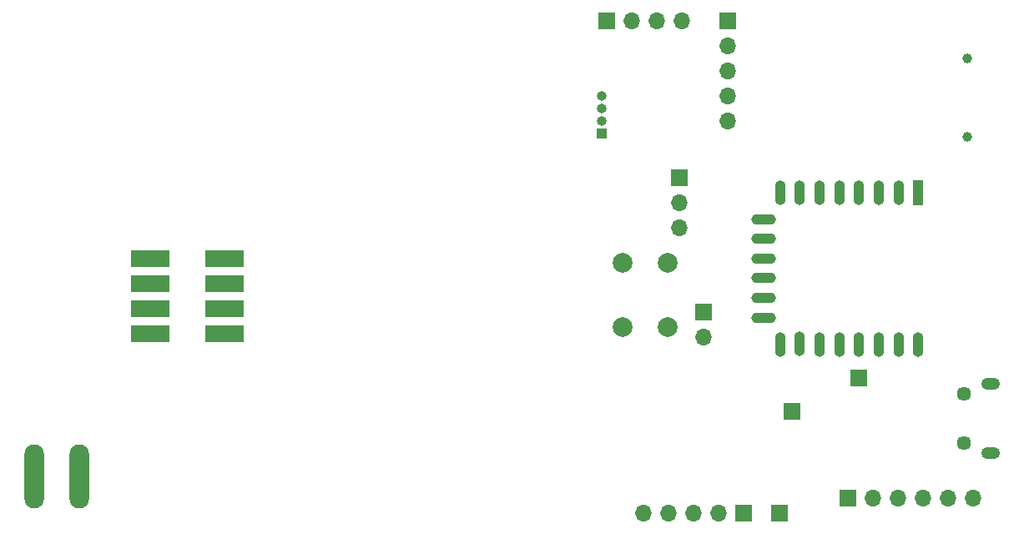
<source format=gbs>
G04 #@! TF.GenerationSoftware,KiCad,Pcbnew,5.1.12-84ad8e8a86~92~ubuntu20.04.1*
G04 #@! TF.CreationDate,2022-02-14T19:07:46+01:00*
G04 #@! TF.ProjectId,ms2-card,6d73322d-6361-4726-942e-6b696361645f,0.1*
G04 #@! TF.SameCoordinates,Original*
G04 #@! TF.FileFunction,Soldermask,Bot*
G04 #@! TF.FilePolarity,Negative*
%FSLAX46Y46*%
G04 Gerber Fmt 4.6, Leading zero omitted, Abs format (unit mm)*
G04 Created by KiCad (PCBNEW 5.1.12-84ad8e8a86~92~ubuntu20.04.1) date 2022-02-14 19:07:46*
%MOMM*%
%LPD*%
G01*
G04 APERTURE LIST*
%ADD10O,1.000000X1.000000*%
%ADD11R,1.000000X1.000000*%
%ADD12C,1.000000*%
%ADD13O,1.900000X1.200000*%
%ADD14C,1.450000*%
%ADD15R,1.700000X1.700000*%
%ADD16O,1.700000X1.700000*%
%ADD17R,4.000000X1.800000*%
%ADD18O,2.000000X6.500000*%
%ADD19C,1.998980*%
%ADD20R,1.100000X2.500000*%
%ADD21O,1.100000X2.500000*%
%ADD22O,2.500000X1.100000*%
G04 APERTURE END LIST*
D10*
X157124400Y-109829600D03*
X157124400Y-111099600D03*
X157124400Y-112369600D03*
D11*
X157124400Y-113639600D03*
D12*
X194200000Y-113950000D03*
X194200000Y-105950000D03*
D13*
X196537500Y-138994000D03*
X196537500Y-145994000D03*
D14*
X193837500Y-139994000D03*
X193837500Y-144994000D03*
D15*
X157600000Y-102200000D03*
D16*
X160140000Y-102200000D03*
X162680000Y-102200000D03*
X165220000Y-102200000D03*
D15*
X167400000Y-131700000D03*
D16*
X167400000Y-134240000D03*
D15*
X183184800Y-138400000D03*
D16*
X169900000Y-112360000D03*
X169900000Y-109820000D03*
X169900000Y-107280000D03*
X169900000Y-104740000D03*
D15*
X169900000Y-102200000D03*
D17*
X111310000Y-133900000D03*
X111310000Y-131360000D03*
X111310000Y-128820000D03*
X111310000Y-126280000D03*
X118810000Y-126280000D03*
X118810000Y-128820000D03*
X118810000Y-131360000D03*
X118810000Y-133900000D03*
D18*
X104100000Y-148400000D03*
X99528000Y-148400000D03*
D15*
X165000000Y-118100000D03*
D16*
X165000000Y-120640000D03*
X165000000Y-123180000D03*
D15*
X182100000Y-150600000D03*
D16*
X184640000Y-150600000D03*
X187180000Y-150600000D03*
X189720000Y-150600000D03*
X192260000Y-150600000D03*
X194800000Y-150600000D03*
D15*
X176400000Y-141800000D03*
X171500000Y-152100000D03*
D16*
X168960000Y-152100000D03*
X166420000Y-152100000D03*
X163880000Y-152100000D03*
X161340000Y-152100000D03*
D15*
X175100000Y-152100000D03*
D19*
X159249560Y-126748800D03*
X163750440Y-133251200D03*
X163750440Y-126748800D03*
X159249560Y-133251200D03*
D20*
X189200000Y-119600000D03*
D21*
X187200000Y-119600000D03*
X185200000Y-119600000D03*
X183200000Y-119600000D03*
X181200000Y-119600000D03*
X179200000Y-119600000D03*
X177200000Y-119600000D03*
X175200000Y-119600000D03*
X175200000Y-135000000D03*
X177200000Y-134900000D03*
X179200000Y-135000000D03*
X181200000Y-135000000D03*
X183200000Y-135000000D03*
X185200000Y-135000000D03*
X187200000Y-135000000D03*
X189200000Y-135000000D03*
D22*
X173500000Y-122290000D03*
X173500000Y-124290000D03*
X173500000Y-126290000D03*
X173500000Y-128290000D03*
X173500000Y-130290000D03*
X173500000Y-132290000D03*
M02*

</source>
